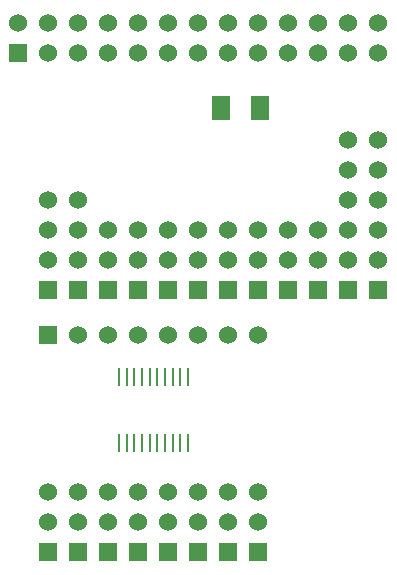
<source format=gts>
G04 (created by PCBNEW (2013-07-07 BZR 4022)-stable) date 11/15/2014 7:33:56 AM*
%MOIN*%
G04 Gerber Fmt 3.4, Leading zero omitted, Abs format*
%FSLAX34Y34*%
G01*
G70*
G90*
G04 APERTURE LIST*
%ADD10C,0.00590551*%
%ADD11R,0.06X0.06*%
%ADD12C,0.06*%
%ADD13R,0.06X0.08*%
%ADD14R,0.00984252X0.0610236*%
G04 APERTURE END LIST*
G54D10*
G54D11*
X750Y-1850D03*
G54D12*
X750Y-850D03*
X1750Y-1850D03*
X1750Y-850D03*
X2750Y-1850D03*
X2750Y-850D03*
X3750Y-1850D03*
X3750Y-850D03*
X4750Y-1850D03*
X4750Y-850D03*
X5750Y-1850D03*
X5750Y-850D03*
X6750Y-1850D03*
X6750Y-850D03*
X7750Y-1850D03*
X7750Y-850D03*
X8750Y-1850D03*
X8750Y-850D03*
X9750Y-1850D03*
X9750Y-850D03*
X10750Y-1850D03*
X10750Y-850D03*
X11750Y-1850D03*
X11750Y-850D03*
X12750Y-1850D03*
X12750Y-850D03*
G54D11*
X3750Y-9750D03*
G54D12*
X3750Y-8750D03*
X3750Y-7750D03*
G54D11*
X6750Y-9750D03*
G54D12*
X6750Y-8750D03*
X6750Y-7750D03*
G54D11*
X7750Y-9750D03*
G54D12*
X7750Y-8750D03*
X7750Y-7750D03*
G54D13*
X7500Y-3700D03*
X8800Y-3700D03*
G54D11*
X5750Y-9750D03*
G54D12*
X5750Y-8750D03*
X5750Y-7750D03*
G54D11*
X8750Y-9750D03*
G54D12*
X8750Y-8750D03*
X8750Y-7750D03*
G54D11*
X9750Y-9750D03*
G54D12*
X9750Y-8750D03*
X9750Y-7750D03*
G54D11*
X10750Y-9750D03*
G54D12*
X10750Y-8750D03*
X10750Y-7750D03*
G54D11*
X4750Y-9750D03*
G54D12*
X4750Y-8750D03*
X4750Y-7750D03*
G54D11*
X11750Y-9750D03*
G54D12*
X11750Y-8750D03*
X11750Y-7750D03*
X11750Y-6750D03*
X11750Y-5750D03*
X11750Y-4750D03*
G54D11*
X12750Y-9750D03*
G54D12*
X12750Y-8750D03*
X12750Y-7750D03*
X12750Y-6750D03*
X12750Y-5750D03*
X12750Y-4750D03*
G54D11*
X1750Y-9750D03*
G54D12*
X1750Y-8750D03*
X1750Y-7750D03*
X1750Y-6750D03*
G54D11*
X2750Y-9750D03*
G54D12*
X2750Y-8750D03*
X2750Y-7750D03*
X2750Y-6750D03*
G54D14*
X4088Y-14852D03*
X4354Y-14852D03*
X4610Y-14852D03*
X4866Y-14852D03*
X5122Y-14852D03*
X5377Y-14852D03*
X5633Y-14852D03*
X5889Y-14852D03*
X6145Y-14852D03*
X6401Y-14852D03*
X6401Y-12647D03*
X6145Y-12647D03*
X5889Y-12647D03*
X5633Y-12647D03*
X5377Y-12647D03*
X5122Y-12647D03*
X4866Y-12647D03*
X4610Y-12647D03*
X4354Y-12647D03*
X4098Y-12647D03*
G54D12*
X6750Y-11250D03*
X5750Y-11250D03*
G54D11*
X1750Y-11250D03*
G54D12*
X2750Y-11250D03*
X3750Y-11250D03*
X4750Y-11250D03*
X7750Y-11250D03*
X8750Y-11250D03*
G54D11*
X8750Y-18500D03*
G54D12*
X8750Y-17500D03*
X8750Y-16500D03*
G54D11*
X7750Y-18500D03*
G54D12*
X7750Y-17500D03*
X7750Y-16500D03*
G54D11*
X6750Y-18500D03*
G54D12*
X6750Y-17500D03*
X6750Y-16500D03*
G54D11*
X5750Y-18500D03*
G54D12*
X5750Y-17500D03*
X5750Y-16500D03*
G54D11*
X4750Y-18500D03*
G54D12*
X4750Y-17500D03*
X4750Y-16500D03*
G54D11*
X3750Y-18500D03*
G54D12*
X3750Y-17500D03*
X3750Y-16500D03*
G54D11*
X2750Y-18500D03*
G54D12*
X2750Y-17500D03*
X2750Y-16500D03*
G54D11*
X1750Y-18500D03*
G54D12*
X1750Y-17500D03*
X1750Y-16500D03*
M02*

</source>
